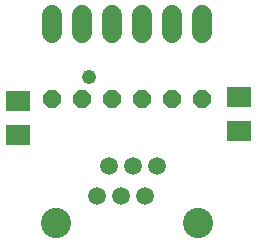
<source format=gbs>
G75*
G70*
%OFA0B0*%
%FSLAX24Y24*%
%IPPOS*%
%LPD*%
%AMOC8*
5,1,8,0,0,1.08239X$1,22.5*
%
%ADD10OC8,0.0600*%
%ADD11R,0.0790X0.0710*%
%ADD12C,0.0674*%
%ADD13C,0.1009*%
%ADD14C,0.0595*%
%ADD15C,0.0480*%
D10*
X002688Y006621D03*
X003688Y006621D03*
X004688Y006621D03*
X005688Y006621D03*
X006688Y006621D03*
X007688Y006621D03*
D11*
X008938Y006681D03*
X008938Y005561D03*
X001563Y005436D03*
X001563Y006556D03*
D12*
X002688Y008824D02*
X002688Y009418D01*
X003688Y009418D02*
X003688Y008824D01*
X004688Y008824D02*
X004688Y009418D01*
X005688Y009418D02*
X005688Y008824D01*
X006688Y008824D02*
X006688Y009418D01*
X007688Y009418D02*
X007688Y008824D01*
D13*
X002825Y002496D03*
X007550Y002496D03*
D14*
X005794Y003401D03*
X004991Y003401D03*
X004188Y003401D03*
X004581Y004401D03*
X005384Y004401D03*
X006188Y004401D03*
D15*
X003938Y007371D03*
M02*

</source>
